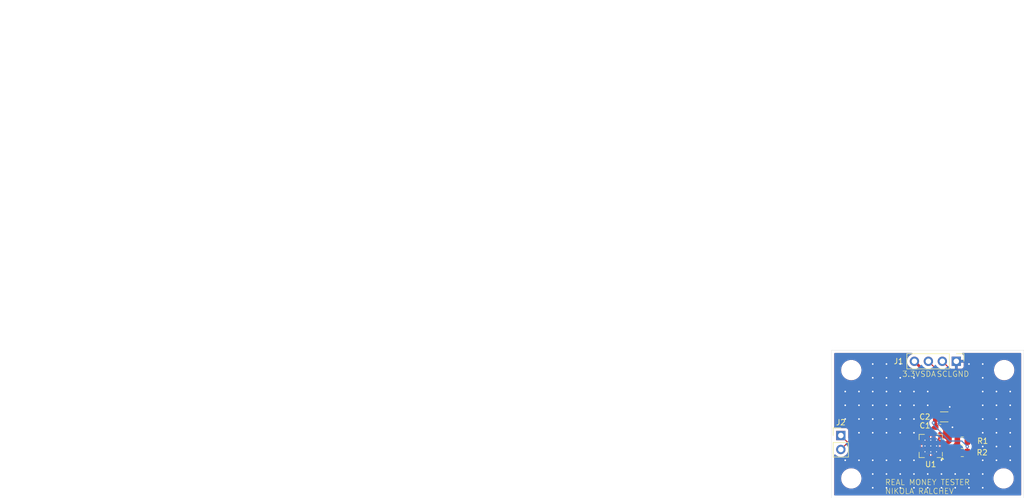
<source format=kicad_pcb>
(kicad_pcb (version 20241229) (generator "pcbnew") (generator_version "9.0")
  (layers (0 "F.Cu" signal) (2 "B.Cu" signal) (13 "F.Paste" user) (15 "B.Paste" user) (5 "F.SilkS" user "F.Silkscreen") (7 "B.SilkS" user "B.Silkscreen") (1 "F.Mask" user) (3 "B.Mask" user) (25 "Edge.Cuts" user))
  (net 0 "")
  (net 1 "GND")
  (net 2 "VDD")
  (net 3 "Net-(J2-Pin_1)")
  (net 4 "Net-(J1-Pin_3)")
  (net 5 "Net-(J1-Pin_2)")
  (net 13 "Net-(J2-Pin_2)")
  (footprint "Package_DFN_QFN:WQFN-16-1EP_4x4mm_P0.5mm_EP2.6x2.6mm_ThermalVias" (layer "F.Cu") (at 169.25 80.8 180)
    (property "Reference" "U1" (at 0 -3.33 0) (layer "F.SilkS"))
    (property "Value" "LDC1614")
    (fp_line (start 2.11 2.11) (end 2.11 1.135) (stroke (width 0.12)) (layer "F.SilkS"))
    (fp_line (start 2.11 -2.11) (end 2.11 -1.135) (stroke (width 0.12)) (layer "F.SilkS"))
    (fp_line (start 1.135 2.11) (end 2.11 2.11) (stroke (width 0.12)) (layer "F.SilkS"))
    (fp_line (start 1.135 -2.11) (end 2.11 -2.11) (stroke (width 0.12)) (layer "F.SilkS"))
    (fp_line (start -1.135 2.11) (end -2.11 2.11) (stroke (width 0.12)) (layer "F.SilkS"))
    (fp_line (start -1.135 -2.11) (end -1.81 -2.11) (stroke (width 0.12)) (layer "F.SilkS"))
    (fp_line (start -2.11 2.11) (end -2.11 1.135) (stroke (width 0.12)) (layer "F.SilkS"))
    (fp_line (start -2.11 -1.135) (end -2.11 -1.87) (stroke (width 0.12)) (layer "F.SilkS"))
    (fp_poly (pts (xy -2.11 -2.11) (xy -2.35 -2.44) (xy -1.87 -2.44)) (stroke (width 0.12)) (fill yes) (layer "F.SilkS"))
    (pad "1" smd roundrect (at -1.9375 -0.75 180) (size 0.875 0.25) (layers "F.Cu" "F.Mask" "F.Paste") (net 5 "Net-(J1-Pin_2)"))
    (pad "2" smd roundrect (at -1.9375 -0.25 180) (size 0.875 0.25) (layers "F.Cu" "F.Mask" "F.Paste") (net 4 "Net-(J1-Pin_3)"))
    (pad "3" smd roundrect (at -1.9375 0.25 180) (size 0.875 0.25) (layers "F.Cu" "F.Mask" "F.Paste") (net 1 "GND"))
    (pad "4" smd roundrect (at -1.9375 0.75 180) (size 0.875 0.25) (layers "F.Cu" "F.Mask" "F.Paste") (net 1 "GND"))
    (pad "5" smd roundrect (at -0.75 1.9375 180) (size 0.25 0.875) (layers "F.Cu" "F.Mask" "F.Paste"))
    (pad "6" smd roundrect (at -0.25 1.9375 180) (size 0.25 0.875) (layers "F.Cu" "F.Mask" "F.Paste") (net 1 "GND"))
    (pad "7" smd roundrect (at 0.25 1.9375 180) (size 0.25 0.875) (layers "F.Cu" "F.Mask" "F.Paste") (net 2 "VDD"))
    (pad "8" smd roundrect (at 0.75 1.9375 180) (size 0.25 0.875) (layers "F.Cu" "F.Mask" "F.Paste") (net 1 "GND"))
    (pad "9" smd roundrect (at 1.9375 0.75 180) (size 0.875 0.25) (layers "F.Cu" "F.Mask" "F.Paste") (net 3 "Net-(J2-Pin_1)"))
    (pad "10" smd roundrect (at 1.9375 0.25 180) (size 0.875 0.25) (layers "F.Cu" "F.Mask" "F.Paste") (net 13 "Net-(J2-Pin_2)"))
    (pad "11" smd roundrect (at 1.9375 -0.25 180) (size 0.875 0.25) (layers "F.Cu" "F.Mask" "F.Paste"))
    (pad "12" smd roundrect (at 1.9375 -0.75 180) (size 0.875 0.25) (layers "F.Cu" "F.Mask" "F.Paste"))
    (pad "13" smd roundrect (at 0.75 -1.9375 180) (size 0.25 0.875) (layers "F.Cu" "F.Mask" "F.Paste"))
    (pad "14" smd roundrect (at 0.25 -1.9375 180) (size 0.25 0.875) (layers "F.Cu" "F.Mask" "F.Paste"))
    (pad "15" smd roundrect (at -0.25 -1.9375 180) (size 0.25 0.875) (layers "F.Cu" "F.Mask" "F.Paste"))
    (pad "16" smd roundrect (at -0.75 -1.9375 180) (size 0.25 0.875) (layers "F.Cu" "F.Mask" "F.Paste"))
    (pad "17" thru_hole circle (at -1.05 -1.05 180) (size 0.5 0.5) (drill 0.2) (property pad_prop_heatsink) (layers "*.Cu") (net 1 "GND"))
    (pad "17" thru_hole circle (at -1.05 0 180) (size 0.5 0.5) (drill 0.2) (property pad_prop_heatsink) (layers "*.Cu") (net 1 "GND"))
    (pad "17" thru_hole circle (at -1.05 1.05 180) (size 0.5 0.5) (drill 0.2) (property pad_prop_heatsink) (layers "*.Cu") (net 1 "GND"))
    (pad "17" thru_hole circle (at 0 -1.05 180) (size 0.5 0.5) (drill 0.2) (property pad_prop_heatsink) (layers "*.Cu") (net 1 "GND"))
    (pad "17" thru_hole circle (at 0 0 180) (size 0.5 0.5) (drill 0.2) (property pad_prop_heatsink) (layers "*.Cu") (net 1 "GND"))
    (pad "17" smd rect (at 0 0 180) (size 2.6 2.6) (property pad_prop_heatsink) (layers "F.Cu" "F.Mask") (net 1 "GND"))
    (pad "17" smd rect (at 0 0 180) (size 2.6 2.6) (property pad_prop_heatsink) (layers "B.Cu") (net 1 "GND"))
    (pad "17" thru_hole circle (at 0 1.05 180) (size 0.5 0.5) (drill 0.2) (property pad_prop_heatsink) (layers "*.Cu") (net 1 "GND"))
    (pad "17" thru_hole circle (at 1.05 -1.05 180) (size 0.5 0.5) (drill 0.2) (property pad_prop_heatsink) (layers "*.Cu") (net 1 "GND"))
    (pad "17" thru_hole circle (at 1.05 0 180) (size 0.5 0.5) (drill 0.2) (property pad_prop_heatsink) (layers "*.Cu") (net 1 "GND"))
    (pad "17" thru_hole circle (at 1.05 1.05 180) (size 0.5 0.5) (drill 0.2) (property pad_prop_heatsink) (layers "*.Cu") (net 1 "GND"))
  )
  (footprint "Resistor_SMD:R_0805_2012Metric" (layer "F.Cu") (at 175 79.9 180)
    (property "Reference" "R1" (at -3.7 0 0) (layer "F.SilkS"))
    (property "Value" "4.7 kΩ")
    (fp_line (start -0.227064 0.735) (end 0.227064 0.735) (stroke (width 0.12)) (layer "F.SilkS"))
    (fp_line (start -0.227064 -0.735) (end 0.227064 -0.735) (stroke (width 0.12)) (layer "F.SilkS"))
    (pad "1" smd roundrect (at -0.9125 0 180) (size 1.025 1.4) (layers "F.Cu" "F.Mask" "F.Paste") (roundrect_rratio 0.243902) (net 2 "VDD"))
    (pad "2" smd roundrect (at 0.9125 0 180) (size 1.025 1.4) (layers "F.Cu" "F.Mask" "F.Paste") (roundrect_rratio 0.243902) (net 4 "Net-(J1-Pin_3)"))
  )
  (footprint "Resistor_SMD:R_0805_2012Metric" (layer "F.Cu") (at 174.9875 82 180)
    (property "Reference" "R2" (at -3.6125 0 0) (layer "F.SilkS"))
    (property "Value" "4.7 kΩ")
    (fp_line (start -0.227064 0.735) (end 0.227064 0.735) (stroke (width 0.12)) (layer "F.SilkS"))
    (fp_line (start -0.227064 -0.735) (end 0.227064 -0.735) (stroke (width 0.12)) (layer "F.SilkS"))
    (pad "1" smd roundrect (at -0.9125 0 180) (size 1.025 1.4) (layers "F.Cu" "F.Mask" "F.Paste") (roundrect_rratio 0.243902) (net 2 "VDD"))
    (pad "2" smd roundrect (at 0.9125 0 180) (size 1.025 1.4) (layers "F.Cu" "F.Mask" "F.Paste") (roundrect_rratio 0.243902) (net 5 "Net-(J1-Pin_2)"))
  )
  (footprint "MountingHole:MountingHole_3.2mm_M3" (layer "F.Cu") (at 182.6 67)
    (property "Reference" "H3" (hide yes))
    (property "Value" "MountingHole")
    (pad "" np_thru_hole circle (at 0 0) (size 3.2 3.2) (drill 3.2) (layers "*.Cu" "*.Mask"))
  )
  (footprint "MountingHole:MountingHole_3.2mm_M3" (layer "F.Cu") (at 182.5 86.7)
    (property "Reference" "H1" (hide yes))
    (property "Value" "MountingHole")
    (pad "" np_thru_hole circle (at 0 0) (size 3.2 3.2) (drill 3.2) (layers "*.Cu" "*.Mask"))
  )
  (footprint "MountingHole:MountingHole_3.2mm_M3" (layer "F.Cu") (at 154.8 67)
    (property "Reference" "H4" (hide yes))
    (property "Value" "MountingHole")
    (pad "" np_thru_hole circle (at 0 0) (size 3.2 3.2) (drill 3.2) (layers "*.Cu" "*.Mask"))
  )
  (footprint "MountingHole:MountingHole_3.2mm_M3" (layer "F.Cu") (at 154.8 86.7)
    (property "Reference" "H2" (hide yes))
    (property "Value" "MountingHole")
    (pad "" np_thru_hole circle (at 0 0) (size 3.2 3.2) (drill 3.2) (layers "*.Cu" "*.Mask"))
  )
  (footprint "Connector_PinHeader_2.54mm:PinHeader_1x02_P2.54mm_Vertical" (layer "F.Cu") (at 152.9 78.9)
    (property "Reference" "J2" (at 0 -2.38 0) (layer "F.SilkS"))
    (property "Value" "Conn_01x02_Pin" (hide yes))
    (fp_line (start -1.38 -1.38) (end 0 -1.38) (stroke (width 0.12)) (layer "F.SilkS"))
    (fp_line (start -1.38 0) (end -1.38 -1.38) (stroke (width 0.12)) (layer "F.SilkS"))
    (fp_line (start -1.38 1.27) (end -1.38 3.92) (stroke (width 0.12)) (layer "F.SilkS"))
    (fp_line (start -1.38 1.27) (end 1.38 1.27) (stroke (width 0.12)) (layer "F.SilkS"))
    (fp_line (start -1.38 3.92) (end 1.38 3.92) (stroke (width 0.12)) (layer "F.SilkS"))
    (fp_line (start 1.38 1.27) (end 1.38 3.92) (stroke (width 0.12)) (layer "F.SilkS"))
    (pad "1" thru_hole rect (at 0 0) (size 1.7 1.7) (drill 1) (layers "*.Cu" "*.Mask") (net 3 "Net-(J2-Pin_1)"))
    (pad "2" thru_hole circle (at 0 2.54) (size 1.7 1.7) (drill 1) (layers "*.Cu" "*.Mask") (net 13 "Net-(J2-Pin_2)"))
  )
  (footprint "Capacitor_SMD:C_0603_1608Metric" (layer "F.Cu") (at 170.975 77.4 180)
    (property "Reference" "C1" (at 2.775 0.3 0) (layer "F.SilkS"))
    (property "Value" "100 nF")
    (fp_line (start -0.14058 0.51) (end 0.14058 0.51) (stroke (width 0.12)) (layer "F.SilkS"))
    (fp_line (start -0.14058 -0.51) (end 0.14058 -0.51) (stroke (width 0.12)) (layer "F.SilkS"))
    (pad "1" smd roundrect (at -0.775 0 180) (size 0.9 0.95) (layers "F.Cu" "F.Mask" "F.Paste") (net 1 "GND"))
    (pad "2" smd roundrect (at 0.775 0 180) (size 0.9 0.95) (layers "F.Cu" "F.Mask" "F.Paste") (net 2 "VDD"))
  )
  (footprint "Capacitor_SMD:C_1206_3216Metric" (layer "F.Cu") (at 171.7 75.5)
    (property "Reference" "C2" (at -3.525 0 0) (layer "F.SilkS"))
    (property "Value" "4.7 µF")
    (fp_line (start -0.711252 -0.91) (end 0.711252 -0.91) (stroke (width 0.12)) (layer "F.SilkS"))
    (fp_line (start -0.711252 0.91) (end 0.711252 0.91) (stroke (width 0.12)) (layer "F.SilkS"))
    (pad "1" smd roundrect (at -1.475 0) (size 1.15 1.8) (layers "F.Cu" "F.Mask" "F.Paste") (roundrect_rratio 0.217391) (net 2 "VDD"))
    (pad "2" smd roundrect (at 1.475 0) (size 1.15 1.8) (layers "F.Cu" "F.Mask" "F.Paste") (roundrect_rratio 0.217391) (net 1 "GND"))
  )
  (footprint "Connector_PinHeader_2.54mm:PinHeader_1x04_P2.54mm_Vertical" (layer "F.Cu") (at 173.9 65.4 -90)
    (property "Reference" "J1" (at 0 10.5 180) (layer "F.SilkS"))
    (property "Value" "Conn_01x04_Pin" (hide yes))
    (fp_line (start -1.38 9) (end 1.38 9) (stroke (width 0.12)) (layer "F.SilkS"))
    (fp_line (start -1.38 1.27) (end -1.38 9) (stroke (width 0.12)) (layer "F.SilkS"))
    (fp_line (start -1.38 1.27) (end 1.38 1.27) (stroke (width 0.12)) (layer "F.SilkS"))
    (fp_line (start 1.38 1.27) (end 1.38 9) (stroke (width 0.12)) (layer "F.SilkS"))
    (fp_line (start -1.38 0) (end -1.38 -1.38) (stroke (width 0.12)) (layer "F.SilkS"))
    (fp_line (start -1.38 -1.38) (end 0 -1.38) (stroke (width 0.12)) (layer "F.SilkS"))
    (pad "1" thru_hole rect (at 0 0 270) (size 1.7 1.7) (drill 1) (layers "*.Cu" "*.Mask") (net 1 "GND"))
    (pad "2" thru_hole circle (at 0 2.54 270) (size 1.7 1.7) (drill 1) (layers "*.Cu" "*.Mask") (net 5 "Net-(J1-Pin_2)"))
    (pad "3" thru_hole circle (at 0 5.08 270) (size 1.7 1.7) (drill 1) (layers "*.Cu" "*.Mask") (net 4 "Net-(J1-Pin_3)"))
    (pad "4" thru_hole circle (at 0 7.62 270) (size 1.7 1.7) (drill 1) (layers "*.Cu" "*.Mask") (net 2 "VDD"))
  )
  (gr_rect (start 151.2 63.38) (end 186.19 90.3) (stroke (width 0.05)) (fill no) (layer "Edge.Cuts"))
  (gr_text "REAL MONEY TESTER\nNIKOLA RALCHEV" (at 160.9 89.6 0) (layer "F.SilkS") (effects (font (size 1 1) (thickness 0.1)) (justify left bottom)))
  (gr_text "SCL\n" (at 170.3 68.3 0) (layer "F.SilkS") (effects (font (size 1 1) (thickness 0.1)) (justify left bottom)))
  (gr_text "GND\n" (at 173.1 68.3 0) (layer "F.SilkS") (effects (font (size 1 1) (thickness 0.1)) (justify left bottom)))
  (gr_text "SDA" (at 167.3 68.3 0) (layer "F.SilkS") (effects (font (size 1 1) (thickness 0.1)) (justify left bottom)))
  (gr_text "3.3V\n" (at 164 68.3 0) (layer "F.SilkS") (effects (font (size 1 1) (thickness 0.1)) (justify left bottom)))
  (segment (start 170.3 79.75) (end 170.8875 79.75) (width 0.2) (layer "F.Cu") (net 1))
  (segment (start 168.5 79.45) (end 168.2 79.75) (width 0.2) (layer "F.Cu") (net 1))
  (segment (start 171.75 77.4) (end 173.2 77.4) (width 0.2) (layer "F.Cu") (net 1))
  (segment (start 169.25 79.75) (end 169.5 79.5) (width 0.2) (layer "F.Cu") (net 1))
  (segment (start 170.8875 79.75) (end 171.1875 80.05) (width 0.2) (layer "F.Cu") (net 1))
  (segment (start 171.1875 80.55) (end 171.1875 80.05) (width 0.2) (layer "F.Cu") (net 1))
  (segment (start 170.55 80.55) (end 170.3 80.8) (width 0.2) (layer "F.Cu") (net 1))
  (segment (start 168.5 78.8625) (end 168.5 79.45) (width 0.2) (layer "F.Cu") (net 1))
  (segment (start 169.5 79.5) (end 169.5 79.217732) (width 0.2) (layer "F.Cu") (net 1))
  (segment (start 171.1875 80.55) (end 170.55 80.55) (width 0.2) (layer "F.Cu") (net 1))
  (segment (start 172.7 73.7) (end 172.7 75.2) (width 0.2) (layer "F.Cu") (net 1))
  (via (at 153.7 70.9) (size 0.6) (drill 0.3) (layers "F.Cu" "B.Cu") (net 1))
  (via (at 153.7 83.4) (size 0.6) (drill 0.3) (layers "F.Cu" "B.Cu") (net 1))
  (via (at 156.2 83.4) (size 0.6) (drill 0.3) (layers "F.Cu" "B.Cu") (net 1))
  (via (at 168.7 70.9) (size 0.6) (drill 0.3) (layers "F.Cu" "B.Cu") (net 1))
  (via (at 166.2 70.9) (size 0.6) (drill 0.3) (layers "F.Cu" "B.Cu") (net 1))
  (via (at 156.2 75.9) (size 0.6) (drill 0.3) (layers "F.Cu" "B.Cu") (net 1))
  (via (at 161.2 75.9) (size 0.6) (drill 0.3) (layers "F.Cu" "B.Cu") (net 1))
  (via (at 178.7 70.9) (size 0.6) (drill 0.3) (layers "F.Cu" "B.Cu") (net 1))
  (via (at 166.2 83.4) (size 0.6) (drill 0.3) (layers "F.Cu" "B.Cu") (net 1))
  (via (at 181.2 78.4) (size 0.6) (drill 0.3) (layers "F.Cu" "B.Cu") (net 1))
  (via (at 181.2 70.9) (size 0.6) (drill 0.3) (layers "F.Cu" "B.Cu") (net 1))
  (via (at 163.7 68.4) (size 0.6) (drill 0.3) (layers "F.Cu" "B.Cu") (net 1))
  (via (at 183.7 80.9) (size 0.6) (drill 0.3) (layers "F.Cu" "B.Cu") (net 1))
  (via (at 171.2 85.9) (size 0.6) (drill 0.3) (layers "F.Cu" "B.Cu") (net 1))
  (via (at 161.2 70.9) (size 0.6) (drill 0.3) (layers "F.Cu" "B.Cu") (net 1))
  (via (at 168.7 85.9) (size 0.6) (drill 0.3) (layers "F.Cu" "B.Cu") (net 1))
  (via (at 178.7 65.9) (size 0.6) (drill 0.3) (layers "F.Cu" "B.Cu") (net 1))
  (via (at 176.2 85.9) (size 0.6) (drill 0.3) (layers "F.Cu" "B.Cu") (net 1))
  (via (at 183.7 73.4) (size 0.6) (drill 0.3) (layers "F.Cu" "B.Cu") (net 1))
  (via (at 183.7 70.9) (size 0.6) (drill 0.3) (layers "F.Cu" "B.Cu") (net 1))
  (via (at 158.7 78.4) (size 0.6) (drill 0.3) (layers "F.Cu" "B.Cu") (net 1))
  (via (at 181.2 73.4) (size 0.6) (drill 0.3) (layers "F.Cu" "B.Cu") (net 1))
  (via (at 176.2 65.9) (size 0.6) (drill 0.3) (layers "F.Cu" "B.Cu") (net 1))
  (via (at 173.7 88.4) (size 0.6) (drill 0.3) (layers "F.Cu" "B.Cu") (net 1))
  (via (at 183.7 78.4) (size 0.6) (drill 0.3) (layers "F.Cu" "B.Cu") (net 1))
  (via (at 156.2 73.4) (size 0.6) (drill 0.3) (layers "F.Cu" "B.Cu") (net 1))
  (via (at 166.2 88.4) (size 0.6) (drill 0.3) (layers "F.Cu" "B.Cu") (net 1))
  (via (at 163.7 83.4) (size 0.6) (drill 0.3) (layers "F.Cu" "B.Cu") (net 1))
  (via (at 181.2 80.9) (size 0.6) (drill 0.3) (layers "F.Cu" "B.Cu") (net 1))
  (via (at 153.7 75.9) (size 0.6) (drill 0.3) (layers "F.Cu" "B.Cu") (net 1))
  (via (at 163.7 85.9) (size 0.6) (drill 0.3) (layers "F.Cu" "B.Cu") (net 1))
  (via (at 158.7 75.9) (size 0.6) (drill 0.3) (layers "F.Cu" "B.Cu") (net 1))
  (via (at 158.7 88.4) (size 0.6) (drill 0.3) (layers "F.Cu" "B.Cu") (net 1))
  (via (at 158.7 73.4) (size 0.6) (drill 0.3) (layers "F.Cu" "B.Cu") (net 1))
  (via (at 158.7 83.4) (size 0.6) (drill 0.3) (layers "F.Cu" "B.Cu") (net 1))
  (via (at 178.7 75.9) (size 0.6) (drill 0.3) (layers "F.Cu" "B.Cu") (net 1))
  (via (at 163.7 88.4) (size 0.6) (drill 0.3) (layers "F.Cu" "B.Cu") (net 1))
  (via (at 181.2 83.4) (size 0.6) (drill 0.3) (layers "F.Cu" "B.Cu") (net 1))
  (via (at 161.2 65.9) (size 0.6) (drill 0.3) (layers "F.Cu" "B.Cu") (net 1))
  (via (at 178.7 83.4) (size 0.6) (drill 0.3) (layers "F.Cu" "B.Cu") (net 1))
  (via (at 178.7 85.9) (size 0.6) (drill 0.3) (layers "F.Cu" "B.Cu") (net 1))
  (via (at 158.7 85.9) (size 0.6) (drill 0.3) (layers "F.Cu" "B.Cu") (net 1))
  (via (at 178.7 88.4) (size 0.6) (drill 0.3) (layers "F.Cu" "B.Cu") (net 1))
  (via (at 178.7 73.4) (size 0.6) (drill 0.3) (layers "F.Cu" "B.Cu") (net 1))
  (via (at 183.7 83.4) (size 0.6) (drill 0.3) (layers "F.Cu" "B.Cu") (net 1))
  (via (at 161.2 78.4) (size 0.6) (drill 0.3) (layers "F.Cu" "B.Cu") (net 1))
  (via (at 178.7 80.9) (size 0.6) (drill 0.3) (layers "F.Cu" "B.Cu") (net 1))
  (via (at 183.7 75.9) (size 0.6) (drill 0.3) (layers "F.Cu" "B.Cu") (net 1))
  (via (at 166.2 73.4) (size 0.6) (drill 0.3) (layers "F.Cu" "B.Cu") (net 1))
  (via (at 161.2 68.4) (size 0.6) (drill 0.3) (layers "F.Cu" "B.Cu") (net 1))
  (via (at 163.7 75.9) (size 0.6) (drill 0.3) (layers "F.Cu" "B.Cu") (net 1))
  (via (at 171.2 83.4) (size 0.6) (drill 0.3) (layers "F.Cu" "B.Cu") (net 1))
  (via (at 181.2 75.9) (size 0.6) (drill 0.3) (layers "F.Cu" "B.Cu") (net 1))
  (via (at 161.2 83.4) (size 0.6) (drill 0.3) (layers "F.Cu" "B.Cu") (net 1))
  (via (at 166.2 68.4) (size 0.6) (drill 0.3) (layers "F.Cu" "B.Cu") (net 1))
  (via (at 176.2 88.4) (size 0.6) (drill 0.3) (layers "F.Cu" "B.Cu") (net 1))
  (via (at 161.2 85.9) (size 0.6) (drill 0.3) (layers "F.Cu" "B.Cu") (net 1))
  (via (at 163.7 70.9) (size 0.6) (drill 0.3) (layers "F.Cu" "B.Cu") (net 1))
  (via (at 171.2 88.4) (size 0.6) (drill 0.3) (layers "F.Cu" "B.Cu") (net 1))
  (via (at 172.7 73.7) (size 0.6) (drill 0.3) (layers "F.Cu" "B.Cu") (net 1))
  (via (at 173.2 77.4) (size 0.6) (drill 0.3) (layers "F.Cu" "B.Cu") (net 1))
  (via (at 161.2 73.4) (size 0.6) (drill 0.3) (layers "F.Cu" "B.Cu") (net 1))
  (via (at 178.7 78.4) (size 0.6) (drill 0.3) (layers "F.Cu" "B.Cu") (net 1))
  (via (at 161.2 88.4) (size 0.6) (drill 0.3) (layers "F.Cu" "B.Cu") (net 1))
  (via (at 163.7 65.9) (size 0.6) (drill 0.3) (layers "F.Cu" "B.Cu") (net 1))
  (via (at 166.2 75.9) (size 0.6) (drill 0.3) (layers "F.Cu" "B.Cu") (net 1))
  (via (at 158.7 65.9) (size 0.6) (drill 0.3) (layers "F.Cu" "B.Cu") (net 1))
  (via (at 158.7 70.9) (size 0.6) (drill 0.3) (layers "F.Cu" "B.Cu") (net 1))
  (via (at 158.7 68.4) (size 0.6) (drill 0.3) (layers "F.Cu" "B.Cu") (net 1))
  (via (at 153.7 73.4) (size 0.6) (drill 0.3) (layers "F.Cu" "B.Cu") (net 1))
  (via (at 173.7 85.9) (size 0.6) (drill 0.3) (layers "F.Cu" "B.Cu") (net 1))
  (via (at 163.7 78.4) (size 0.6) (drill 0.3) (layers "F.Cu" "B.Cu") (net 1))
  (via (at 168.7 73.4) (size 0.6) (drill 0.3) (layers "F.Cu" "B.Cu") (net 1))
  (via (at 163.7 73.4) (size 0.6) (drill 0.3) (layers "F.Cu" "B.Cu") (net 1))
  (via (at 156.2 70.9) (size 0.6) (drill 0.3) (layers "F.Cu" "B.Cu") (net 1))
  (via (at 156.2 78.4) (size 0.6) (drill 0.3) (layers "F.Cu" "B.Cu") (net 1))
  (via (at 168.7 88.4) (size 0.6) (drill 0.3) (layers "F.Cu" "B.Cu") (net 1))
  (via (at 166.2 85.9) (size 0.6) (drill 0.3) (layers "F.Cu" "B.Cu") (net 1))
  (via (at 166.2 78.4) (size 0.6) (drill 0.3) (layers "F.Cu" "B.Cu") (net 1))
  (via (at 178.7 68.4) (size 0.6) (drill 0.3) (layers "F.Cu" "B.Cu") (net 1))
  (segment (start 169.75 76.6) (end 170.1 76.6) (width 0.5) (layer "F.Cu") (net 2))
  (segment (start 170.225 76.125) (end 170.225 69.345) (width 0.5) (layer "F.Cu") (net 2))
  (segment (start 170.1 76.6) (end 170.2 76.7) (width 0.5) (layer "F.Cu") (net 2))
  (segment (start 170.2 77.4) (end 169.75 77.4) (width 0.5) (layer "F.Cu") (net 2))
  (segment (start 175.9 82) (end 175.9 79.9125) (width 0.2) (layer "F.Cu") (net 2))
  (segment (start 175.9 79.9125) (end 175.9125 79.9) (width 0.2) (layer "F.Cu") (net 2))
  (segment (start 170.2 76.7) (end 170.2 77.4) (width 0.5) (layer "F.Cu") (net 2))
  (segment (start 170.225 69.345) (end 166.28 65.4) (width 0.5) (layer "F.Cu") (net 2))
  (segment (start 169.75 76.6) (end 170.225 76.125) (width 0.5) (layer "F.Cu") (net 2))
  (segment (start 169 78.8625) (end 169 78.1) (width 0.5) (layer "F.Cu") (net 2))
  (segment (start 169.75 77.4) (end 169.076 78.074) (width 0.5) (layer "F.Cu") (net 2))
  (via (at 175.9 80.9) (size 0.6) (drill 0.3) (layers "F.Cu" "B.Cu") (net 2))
  (via (at 169.75 76.6) (size 0.6) (drill 0.3) (layers "F.Cu" "B.Cu") (net 2))
  (segment (start 169.75 76.95) (end 169.75 76.6) (width 0.2) (layer "B.Cu") (net 2))
  (segment (start 174.9 79.9) (end 172.7 79.9) (width 0.2) (layer "B.Cu") (net 2))
  (segment (start 172.7 79.9) (end 169.75 76.95) (width 0.2) (layer "B.Cu") (net 2))
  (segment (start 175.9 80.9) (end 174.9 79.9) (width 0.2) (layer "B.Cu") (net 2))
  (segment (start 154.05 80.05) (end 152.9 78.9) (width 0.2) (layer "F.Cu") (net 3))
  (segment (start 167.3125 80.05) (end 154.05 80.05) (width 0.2) (layer "F.Cu") (net 3))
  (segment (start 171.1875 81.05) (end 172.9375 81.05) (width 0.2) (layer "F.Cu") (net 4))
  (segment (start 172.9375 81.05) (end 174.0875 79.9) (width 0.2) (layer "F.Cu") (net 4))
  (segment (start 174.0875 70.6675) (end 174.0875 79.9) (width 0.2) (layer "F.Cu") (net 4))
  (segment (start 168.82 65.4) (end 174.0875 70.6675) (width 0.2) (layer "F.Cu") (net 4))
  (segment (start 172.4 81.55) (end 173.625 81.55) (width 0.2) (layer "F.Cu") (net 5))
  (segment (start 177.2 71.24) (end 177.2 82.6) (width 0.2) (layer "F.Cu") (net 5))
  (segment (start 171.1875 81.55) (end 172.4 81.55) (width 0.2) (layer "F.Cu") (net 5))
  (segment (start 173.625 81.55) (end 174.075 82) (width 0.2) (layer "F.Cu") (net 5))
  (segment (start 177.2 82.6) (end 176.5 83.3) (width 0.2) (layer "F.Cu") (net 5))
  (segment (start 171.36 65.4) (end 177.2 71.24) (width 0.2) (layer "F.Cu") (net 5))
  (segment (start 175.375 83.3) (end 174.075 82) (width 0.2) (layer "F.Cu") (net 5))
  (segment (start 176.5 83.3) (end 175.375 83.3) (width 0.2) (layer "F.Cu") (net 5))
  (segment (start 167.3125 80.55) (end 153.79 80.55) (width 0.2) (layer "F.Cu") (net 13))
  (segment (start 153.79 80.55) (end 152.9 81.44) (width 0.2) (layer "F.Cu") (net 13))
  (zone (net 1) (net_name "GND") (layers "F.Cu" "B.Cu") (name "stitch_zone_0") (connect_pads (clearance 0.5)) (min_thickness 0.25) (fill yes (thermal_gap 0.5) (thermal_bridge_width 0.5))
    (polygon (pts (xy 151.2 90.3) (xy 186.2 90.3) (xy 186.2 63.4) (xy 151.2 63.4)))
  )
)
</source>
